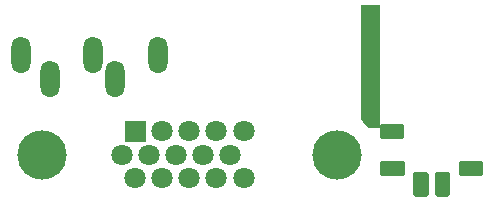
<source format=gbr>
G04 #@! TF.GenerationSoftware,KiCad,Pcbnew,(5.1.10-1-10_14)*
G04 #@! TF.CreationDate,2021-10-23T02:31:54-04:00*
G04 #@! TF.ProjectId,8DIN2VGA,3844494e-3256-4474-912e-6b696361645f,1*
G04 #@! TF.SameCoordinates,Original*
G04 #@! TF.FileFunction,Soldermask,Bot*
G04 #@! TF.FilePolarity,Negative*
%FSLAX46Y46*%
G04 Gerber Fmt 4.6, Leading zero omitted, Abs format (unit mm)*
G04 Created by KiCad (PCBNEW (5.1.10-1-10_14)) date 2021-10-23 02:31:54*
%MOMM*%
%LPD*%
G01*
G04 APERTURE LIST*
%ADD10C,0.100000*%
%ADD11C,4.167600*%
%ADD12C,1.801600*%
%ADD13O,1.609600X3.117600*%
G04 APERTURE END LIST*
D10*
G36*
X150610000Y-106950000D02*
G01*
X149630000Y-106950000D01*
X149030000Y-106350000D01*
X149030000Y-96640000D01*
X150610000Y-96640000D01*
X150610000Y-106950000D01*
G37*
X150610000Y-106950000D02*
X149630000Y-106950000D01*
X149030000Y-106350000D01*
X149030000Y-96640000D01*
X150610000Y-96640000D01*
X150610000Y-106950000D01*
G36*
G01*
X150791900Y-106699200D02*
X152568100Y-106699200D01*
G75*
G02*
X152730800Y-106861900I0J-162700D01*
G01*
X152730800Y-107838100D01*
G75*
G02*
X152568100Y-108000800I-162700J0D01*
G01*
X150791900Y-108000800D01*
G75*
G02*
X150629200Y-107838100I0J162700D01*
G01*
X150629200Y-106861900D01*
G75*
G02*
X150791900Y-106699200I162700J0D01*
G01*
G37*
G36*
G01*
X157481900Y-109849200D02*
X159258100Y-109849200D01*
G75*
G02*
X159420800Y-110011900I0J-162700D01*
G01*
X159420800Y-110988100D01*
G75*
G02*
X159258100Y-111150800I-162700J0D01*
G01*
X157481900Y-111150800D01*
G75*
G02*
X157319200Y-110988100I0J162700D01*
G01*
X157319200Y-110011900D01*
G75*
G02*
X157481900Y-109849200I162700J0D01*
G01*
G37*
G36*
G01*
X150831900Y-109849200D02*
X152608100Y-109849200D01*
G75*
G02*
X152770800Y-110011900I0J-162700D01*
G01*
X152770800Y-110988100D01*
G75*
G02*
X152608100Y-111150800I-162700J0D01*
G01*
X150831900Y-111150800D01*
G75*
G02*
X150669200Y-110988100I0J162700D01*
G01*
X150669200Y-110011900D01*
G75*
G02*
X150831900Y-109849200I162700J0D01*
G01*
G37*
G36*
G01*
X156600800Y-110941900D02*
X156600800Y-112718100D01*
G75*
G02*
X156438100Y-112880800I-162700J0D01*
G01*
X155461900Y-112880800D01*
G75*
G02*
X155299200Y-112718100I0J162700D01*
G01*
X155299200Y-110941900D01*
G75*
G02*
X155461900Y-110779200I162700J0D01*
G01*
X156438100Y-110779200D01*
G75*
G02*
X156600800Y-110941900I0J-162700D01*
G01*
G37*
G36*
G01*
X154780800Y-110941900D02*
X154780800Y-112718100D01*
G75*
G02*
X154618100Y-112880800I-162700J0D01*
G01*
X153641900Y-112880800D01*
G75*
G02*
X153479200Y-112718100I0J162700D01*
G01*
X153479200Y-110941900D01*
G75*
G02*
X153641900Y-110779200I162700J0D01*
G01*
X154618100Y-110779200D01*
G75*
G02*
X154780800Y-110941900I0J-162700D01*
G01*
G37*
G36*
G01*
X129054200Y-108220000D02*
X129054200Y-106520000D01*
G75*
G02*
X129105000Y-106469200I50800J0D01*
G01*
X130805000Y-106469200D01*
G75*
G02*
X130855800Y-106520000I0J-50800D01*
G01*
X130855800Y-108220000D01*
G75*
G02*
X130805000Y-108270800I-50800J0D01*
G01*
X129105000Y-108270800D01*
G75*
G02*
X129054200Y-108220000I0J50800D01*
G01*
G37*
D11*
X122040000Y-109350000D03*
X147030000Y-109350000D03*
D12*
X132245000Y-107370000D03*
X134535000Y-107370000D03*
X136825000Y-107370000D03*
X139115000Y-107370000D03*
X128810000Y-109350000D03*
X131100000Y-109350000D03*
X133390000Y-109350000D03*
X135680000Y-109350000D03*
X137970000Y-109350000D03*
X129955000Y-111330000D03*
X132245000Y-111330000D03*
X134535000Y-111330000D03*
X136825000Y-111330000D03*
X139115000Y-111330000D03*
D13*
X120300000Y-100890000D03*
X122700000Y-102890000D03*
X126400000Y-100890000D03*
X128200000Y-102890000D03*
X131900000Y-100890000D03*
M02*

</source>
